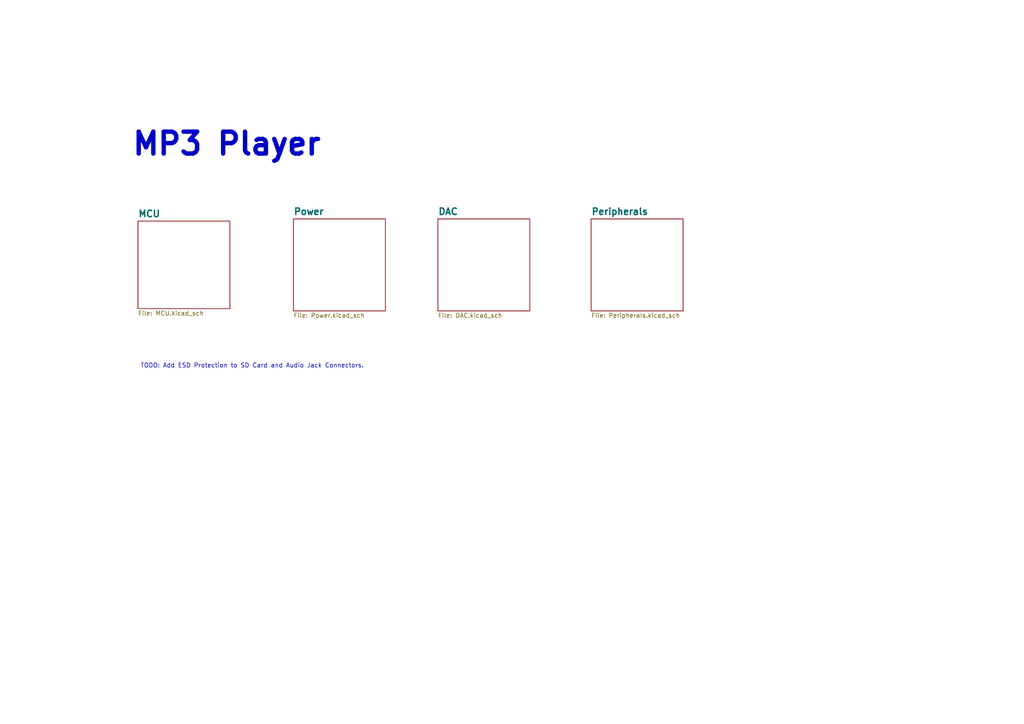
<source format=kicad_sch>
(kicad_sch
	(version 20250114)
	(generator "eeschema")
	(generator_version "9.0")
	(uuid "3f51ea9b-d2e1-4711-a47c-269e1b97e0f4")
	(paper "A4")
	(title_block
		(title "MP3 Player")
		(date "2025-07-26")
		(rev "A")
		(company "Tempting Services")
	)
	(lib_symbols)
	(text "MP3 Player"
		(exclude_from_sim no)
		(at 65.786 41.91 0)
		(effects
			(font
				(size 6.35 6.35)
				(thickness 1.27)
				(bold yes)
			)
		)
		(uuid "1c877e02-d9df-4335-8d25-8a84c25442a4")
	)
	(text "TODO: Add ESD Protection to SD Card and Audio Jack Connectors."
		(exclude_from_sim no)
		(at 73.152 106.172 0)
		(effects
			(font
				(size 1.27 1.27)
			)
		)
		(uuid "b2459177-c2a7-4876-8076-5baf5c4009b1")
	)
	(sheet
		(at 85.09 63.5)
		(size 26.67 26.67)
		(exclude_from_sim no)
		(in_bom yes)
		(on_board yes)
		(dnp no)
		(fields_autoplaced yes)
		(stroke
			(width 0.1524)
			(type solid)
		)
		(fill
			(color 0 0 0 0.0000)
		)
		(uuid "156723cf-95cb-4e74-b8dc-320a10f9d20f")
		(property "Sheetname" "Power"
			(at 85.09 62.4709 0)
			(effects
				(font
					(size 1.905 1.905)
					(thickness 0.381)
					(bold yes)
				)
				(justify left bottom)
			)
		)
		(property "Sheetfile" "Power.kicad_sch"
			(at 85.09 90.7546 0)
			(effects
				(font
					(size 1.27 1.27)
				)
				(justify left top)
			)
		)
		(instances
			(project "MP3-Player"
				(path "/3f51ea9b-d2e1-4711-a47c-269e1b97e0f4"
					(page "1")
				)
			)
		)
	)
	(sheet
		(at 171.45 63.5)
		(size 26.67 26.67)
		(exclude_from_sim no)
		(in_bom yes)
		(on_board yes)
		(dnp no)
		(fields_autoplaced yes)
		(stroke
			(width 0.1524)
			(type solid)
		)
		(fill
			(color 0 0 0 0.0000)
		)
		(uuid "425fb02a-335c-42f3-aa7e-942bbee7b5dd")
		(property "Sheetname" "Peripherals"
			(at 171.45 62.4709 0)
			(effects
				(font
					(size 1.905 1.905)
					(thickness 0.381)
					(bold yes)
				)
				(justify left bottom)
			)
		)
		(property "Sheetfile" "Peripherals.kicad_sch"
			(at 171.45 90.7546 0)
			(effects
				(font
					(size 1.27 1.27)
				)
				(justify left top)
			)
		)
		(instances
			(project "MP3-Player"
				(path "/3f51ea9b-d2e1-4711-a47c-269e1b97e0f4"
					(page "2")
				)
			)
		)
	)
	(sheet
		(at 127 63.5)
		(size 26.67 26.67)
		(exclude_from_sim no)
		(in_bom yes)
		(on_board yes)
		(dnp no)
		(fields_autoplaced yes)
		(stroke
			(width 0.1524)
			(type solid)
		)
		(fill
			(color 0 0 0 0.0000)
		)
		(uuid "55939feb-9632-43ca-a0aa-b7cf8cf1876d")
		(property "Sheetname" "DAC"
			(at 127 62.4709 0)
			(effects
				(font
					(size 1.905 1.905)
					(thickness 0.381)
					(bold yes)
				)
				(justify left bottom)
			)
		)
		(property "Sheetfile" "DAC.kicad_sch"
			(at 127 90.7546 0)
			(effects
				(font
					(size 1.27 1.27)
				)
				(justify left top)
			)
		)
		(instances
			(project "MP3-Player"
				(path "/3f51ea9b-d2e1-4711-a47c-269e1b97e0f4"
					(page "3")
				)
			)
		)
	)
	(sheet
		(at 40.005 64.135)
		(size 26.67 25.4)
		(exclude_from_sim no)
		(in_bom yes)
		(on_board yes)
		(dnp no)
		(fields_autoplaced yes)
		(stroke
			(width 0.1524)
			(type solid)
		)
		(fill
			(color 0 0 0 0.0000)
		)
		(uuid "94b81035-f90d-4565-a117-ac4535135684")
		(property "Sheetname" "MCU"
			(at 40.005 63.1059 0)
			(effects
				(font
					(size 1.905 1.905)
					(thickness 0.381)
					(bold yes)
				)
				(justify left bottom)
			)
		)
		(property "Sheetfile" "MCU.kicad_sch"
			(at 40.005 90.1196 0)
			(effects
				(font
					(size 1.27 1.27)
				)
				(justify left top)
			)
		)
		(instances
			(project "MP3-Player"
				(path "/3f51ea9b-d2e1-4711-a47c-269e1b97e0f4"
					(page "0")
				)
			)
		)
	)
	(sheet_instances
		(path "/"
			(page "5")
		)
	)
	(embedded_fonts no)
)

</source>
